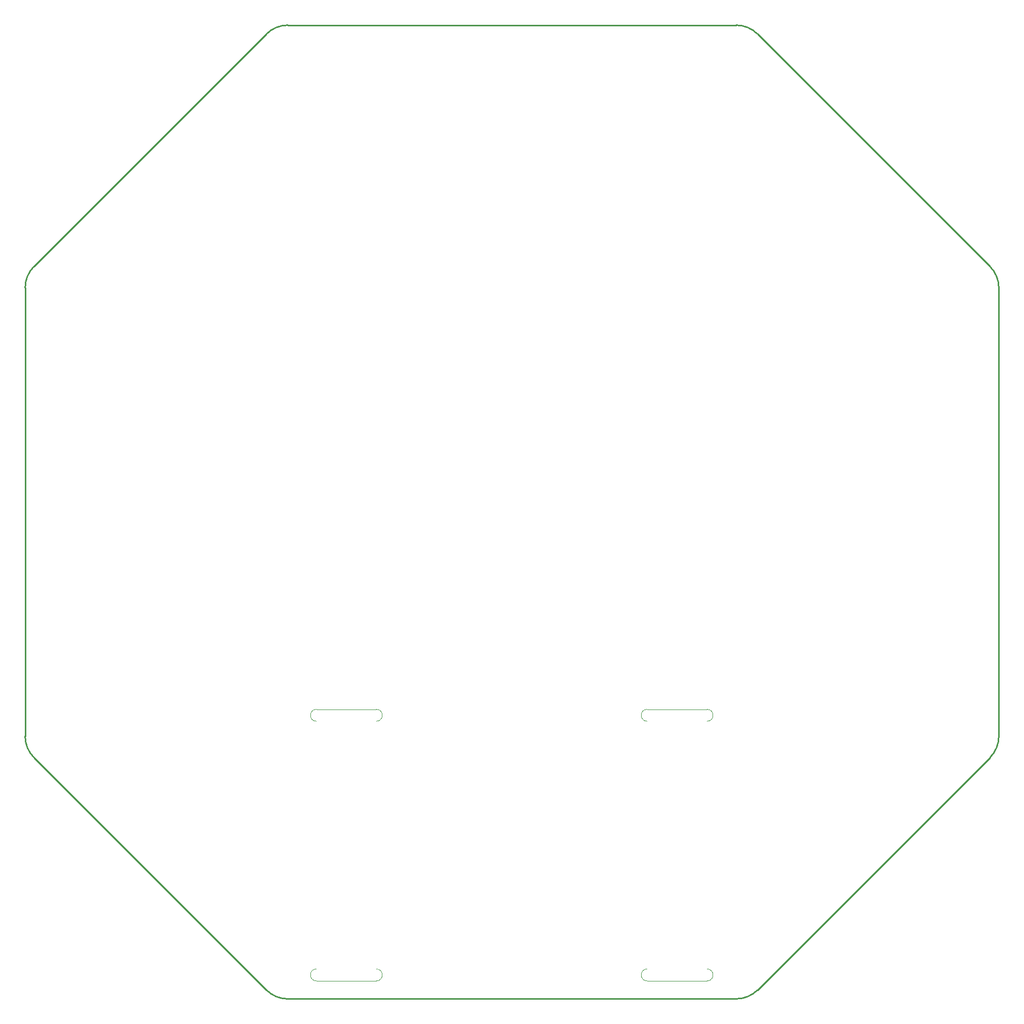
<source format=gm1>
G04*
G04 #@! TF.GenerationSoftware,Altium Limited,Altium Designer,20.0.13 (296)*
G04*
G04 Layer_Color=16711935*
%FSLAX25Y25*%
%MOIN*%
G70*
G01*
G75*
%ADD10C,0.00394*%
%ADD70C,0.01000*%
D10*
X409449Y190584D02*
G03*
X409449Y182710I0J-3937D01*
G01*
X231102D02*
G03*
X231102Y190584I0J3937D01*
G01*
X448819Y11810D02*
G03*
X448819Y19684I0J3937D01*
G01*
X409449D02*
G03*
X409449Y11810I0J-3937D01*
G01*
X191732Y19684D02*
G03*
X191732Y11810I0J-3937D01*
G01*
X231102D02*
G03*
X231102Y19684I0J3937D01*
G01*
X448819Y182710D02*
G03*
X448819Y190584I0J3937D01*
G01*
X191732D02*
G03*
X191732Y182710I0J-3937D01*
G01*
X409449Y190584D02*
X448819D01*
X191732D02*
X231102D01*
X409449Y11810D02*
X448819D01*
X191732Y11810D02*
X231102D01*
D70*
X172799Y640873D02*
G03*
X158879Y635107I0J-19685D01*
G01*
X481994Y635107D02*
G03*
X468074Y640873I-13919J-13919D01*
G01*
X-0Y172799D02*
G03*
X5766Y158879I19685J0D01*
G01*
X5766Y481994D02*
G03*
X-0Y468074I13919J-13919D01*
G01*
X640873Y468074D02*
G03*
X635107Y481994I-19685J0D01*
G01*
X635107Y158879D02*
G03*
X640873Y172799I-13919J13919D01*
G01*
X158879Y5766D02*
G03*
X172799Y0I13919J13919D01*
G01*
X468074Y0D02*
G03*
X481994Y5766I0J19685D01*
G01*
X172799Y640873D02*
X468074Y640873D01*
X5766Y481994D02*
X158879Y635107D01*
X481994Y635107D02*
X635107Y481994D01*
X-0Y468074D02*
X-0Y172799D01*
X640873Y468074D02*
X640873Y172799D01*
X5766Y158879D02*
X158879Y5766D01*
X481994Y5766D02*
X635107Y158879D01*
X172799Y0D02*
X468074Y0D01*
M02*

</source>
